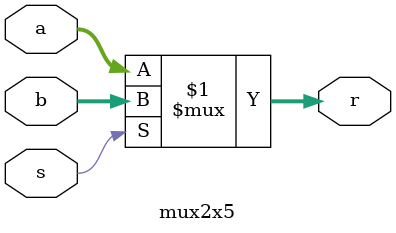
<source format=v>
`timescale 1ns / 1ps
module mux2x5(
	input [4:0]a, b,
	input s,
	output [4:0] r
    );
	 
	 assign r = s ? b : a;

endmodule

</source>
